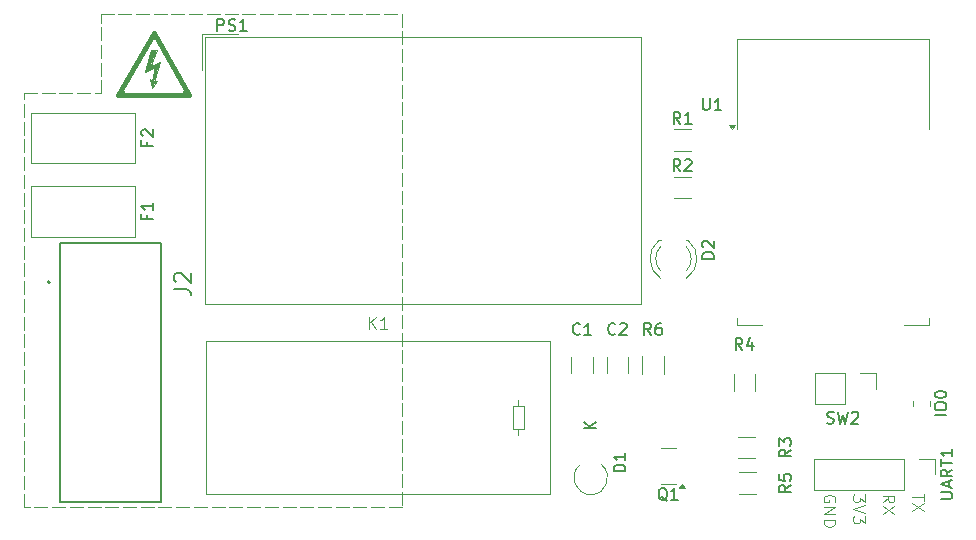
<source format=gto>
%TF.GenerationSoftware,KiCad,Pcbnew,8.0.2*%
%TF.CreationDate,2024-05-13T19:00:29+03:00*%
%TF.ProjectId,WiFiRelay,57694669-5265-46c6-9179-2e6b69636164,rev?*%
%TF.SameCoordinates,Original*%
%TF.FileFunction,Legend,Top*%
%TF.FilePolarity,Positive*%
%FSLAX46Y46*%
G04 Gerber Fmt 4.6, Leading zero omitted, Abs format (unit mm)*
G04 Created by KiCad (PCBNEW 8.0.2) date 2024-05-13 19:00:29*
%MOMM*%
%LPD*%
G01*
G04 APERTURE LIST*
%ADD10C,0.100000*%
%ADD11C,0.150000*%
%ADD12C,0.400000*%
%ADD13C,0.200000*%
%ADD14C,0.101600*%
%ADD15C,0.120000*%
%ADD16C,0.127000*%
G04 APERTURE END LIST*
D10*
X66000000Y-93000000D02*
X67100000Y-93000000D01*
X67500000Y-93000000D02*
X68600000Y-93000000D01*
X69000000Y-93000000D02*
X70100000Y-93000000D01*
X70500000Y-93000000D02*
X71600000Y-93000000D01*
X72000000Y-93000000D02*
X72500000Y-93000000D01*
X72500000Y-93000000D02*
X72500000Y-91900000D01*
X72500000Y-91500000D02*
X72500000Y-90400000D01*
X72500000Y-90000000D02*
X72500000Y-88900000D01*
X72500000Y-88500000D02*
X72500000Y-87400000D01*
X72500000Y-87000000D02*
X72500000Y-86250000D01*
X72500000Y-86250000D02*
X73600000Y-86250000D01*
X74000000Y-86250000D02*
X75100000Y-86250000D01*
X75500000Y-86250000D02*
X76600000Y-86250000D01*
X77000000Y-86250000D02*
X78100000Y-86250000D01*
X78500000Y-86250000D02*
X79600000Y-86250000D01*
X80000000Y-86250000D02*
X81100000Y-86250000D01*
X81500000Y-86250000D02*
X82600000Y-86250000D01*
X83000000Y-86250000D02*
X84100000Y-86250000D01*
X84500000Y-86250000D02*
X85600000Y-86250000D01*
X86000000Y-86250000D02*
X87100000Y-86250000D01*
X87500000Y-86250000D02*
X88600000Y-86250000D01*
X89000000Y-86250000D02*
X90100000Y-86250000D01*
X90500000Y-86250000D02*
X91600000Y-86250000D01*
X92000000Y-86250000D02*
X93100000Y-86250000D01*
X93500000Y-86250000D02*
X94600000Y-86250000D01*
X95000000Y-86250000D02*
X96100000Y-86250000D01*
X96500000Y-86250000D02*
X97600000Y-86250000D01*
X98000000Y-86250000D02*
X98000000Y-86250000D01*
X98000000Y-86250000D02*
X98000000Y-87350000D01*
X98000000Y-87750000D02*
X98000000Y-88850000D01*
X98000000Y-89250000D02*
X98000000Y-90350000D01*
X98000000Y-90750000D02*
X98000000Y-91850000D01*
X98000000Y-92250000D02*
X98000000Y-93350000D01*
X98000000Y-93750000D02*
X98000000Y-94850000D01*
X98000000Y-95250000D02*
X98000000Y-96350000D01*
X98000000Y-96750000D02*
X98000000Y-97850000D01*
X98000000Y-98250000D02*
X98000000Y-99350000D01*
X98000000Y-99750000D02*
X98000000Y-100850000D01*
X98000000Y-101250000D02*
X98000000Y-102350000D01*
X98000000Y-102750000D02*
X98000000Y-103850000D01*
X98000000Y-104250000D02*
X98000000Y-105350000D01*
X98000000Y-105750000D02*
X98000000Y-106850000D01*
X98000000Y-107250000D02*
X98000000Y-108350000D01*
X98000000Y-108750000D02*
X98000000Y-109850000D01*
X98000000Y-110250000D02*
X98000000Y-111350000D01*
X98000000Y-111750000D02*
X98000000Y-112850000D01*
X98000000Y-113250000D02*
X98000000Y-114350000D01*
X98000000Y-114750000D02*
X98000000Y-115850000D01*
X98000000Y-116250000D02*
X98000000Y-117350000D01*
X98000000Y-117750000D02*
X98000000Y-118850000D01*
X98000000Y-119250000D02*
X98000000Y-120350000D01*
X98000000Y-120750000D02*
X98000000Y-121850000D01*
X98000000Y-122250000D02*
X98000000Y-123350000D01*
X98000000Y-123750000D02*
X98000000Y-124850000D01*
X98000000Y-125250000D02*
X98000000Y-126350000D01*
X98000000Y-126750000D02*
X98000000Y-127850000D01*
X98000000Y-128000000D02*
X96900000Y-128000000D01*
X96500000Y-128000000D02*
X95400000Y-128000000D01*
X95000000Y-128000000D02*
X93900000Y-128000000D01*
X93500000Y-128000000D02*
X92400000Y-128000000D01*
X92000000Y-128000000D02*
X90900000Y-128000000D01*
X90500000Y-128000000D02*
X89400000Y-128000000D01*
X89000000Y-128000000D02*
X87900000Y-128000000D01*
X87500000Y-128000000D02*
X86400000Y-128000000D01*
X86000000Y-128000000D02*
X84900000Y-128000000D01*
X84500000Y-128000000D02*
X83400000Y-128000000D01*
X83000000Y-128000000D02*
X81900000Y-128000000D01*
X81500000Y-128000000D02*
X80400000Y-128000000D01*
X80000000Y-128000000D02*
X78900000Y-128000000D01*
X78500000Y-128000000D02*
X77400000Y-128000000D01*
X77000000Y-128000000D02*
X75900000Y-128000000D01*
X75500000Y-128000000D02*
X74400000Y-128000000D01*
X74000000Y-128000000D02*
X72900000Y-128000000D01*
X72500000Y-128000000D02*
X71400000Y-128000000D01*
X71000000Y-128000000D02*
X69900000Y-128000000D01*
X69500000Y-128000000D02*
X68400000Y-128000000D01*
X68000000Y-128000000D02*
X66900000Y-128000000D01*
X66500000Y-128000000D02*
X66000000Y-128000000D01*
X66000000Y-128000000D02*
X66000000Y-126900000D01*
X66000000Y-126500000D02*
X66000000Y-125400000D01*
X66000000Y-125000000D02*
X66000000Y-123900000D01*
X66000000Y-123500000D02*
X66000000Y-122400000D01*
X66000000Y-122000000D02*
X66000000Y-120900000D01*
X66000000Y-120500000D02*
X66000000Y-119400000D01*
X66000000Y-119000000D02*
X66000000Y-117900000D01*
X66000000Y-117500000D02*
X66000000Y-116400000D01*
X66000000Y-116000000D02*
X66000000Y-114900000D01*
X66000000Y-114500000D02*
X66000000Y-113400000D01*
X66000000Y-113000000D02*
X66000000Y-111900000D01*
X66000000Y-111500000D02*
X66000000Y-110400000D01*
X66000000Y-110000000D02*
X66000000Y-108900000D01*
X66000000Y-108500000D02*
X66000000Y-107400000D01*
X66000000Y-107000000D02*
X66000000Y-105900000D01*
X66000000Y-105500000D02*
X66000000Y-104400000D01*
X66000000Y-104000000D02*
X66000000Y-102900000D01*
X66000000Y-102500000D02*
X66000000Y-101400000D01*
X66000000Y-101000000D02*
X66000000Y-99900000D01*
X66000000Y-99500000D02*
X66000000Y-98400000D01*
X66000000Y-98000000D02*
X66000000Y-96900000D01*
X66000000Y-96500000D02*
X66000000Y-95400000D01*
X66000000Y-95000000D02*
X66000000Y-93900000D01*
X66000000Y-93500000D02*
X66000000Y-93000000D01*
D11*
X143614819Y-127321428D02*
X144424342Y-127321428D01*
X144424342Y-127321428D02*
X144519580Y-127273809D01*
X144519580Y-127273809D02*
X144567200Y-127226190D01*
X144567200Y-127226190D02*
X144614819Y-127130952D01*
X144614819Y-127130952D02*
X144614819Y-126940476D01*
X144614819Y-126940476D02*
X144567200Y-126845238D01*
X144567200Y-126845238D02*
X144519580Y-126797619D01*
X144519580Y-126797619D02*
X144424342Y-126750000D01*
X144424342Y-126750000D02*
X143614819Y-126750000D01*
X144329104Y-126321428D02*
X144329104Y-125845238D01*
X144614819Y-126416666D02*
X143614819Y-126083333D01*
X143614819Y-126083333D02*
X144614819Y-125750000D01*
X144614819Y-124845238D02*
X144138628Y-125178571D01*
X144614819Y-125416666D02*
X143614819Y-125416666D01*
X143614819Y-125416666D02*
X143614819Y-125035714D01*
X143614819Y-125035714D02*
X143662438Y-124940476D01*
X143662438Y-124940476D02*
X143710057Y-124892857D01*
X143710057Y-124892857D02*
X143805295Y-124845238D01*
X143805295Y-124845238D02*
X143948152Y-124845238D01*
X143948152Y-124845238D02*
X144043390Y-124892857D01*
X144043390Y-124892857D02*
X144091009Y-124940476D01*
X144091009Y-124940476D02*
X144138628Y-125035714D01*
X144138628Y-125035714D02*
X144138628Y-125416666D01*
X143614819Y-124559523D02*
X143614819Y-123988095D01*
X144614819Y-124273809D02*
X143614819Y-124273809D01*
X144614819Y-123130952D02*
X144614819Y-123702380D01*
X144614819Y-123416666D02*
X143614819Y-123416666D01*
X143614819Y-123416666D02*
X143757676Y-123511904D01*
X143757676Y-123511904D02*
X143852914Y-123607142D01*
X143852914Y-123607142D02*
X143900533Y-123702380D01*
D10*
X137207580Y-126958646D02*
X137207580Y-127577693D01*
X137207580Y-127577693D02*
X136826628Y-127244360D01*
X136826628Y-127244360D02*
X136826628Y-127387217D01*
X136826628Y-127387217D02*
X136779009Y-127482455D01*
X136779009Y-127482455D02*
X136731390Y-127530074D01*
X136731390Y-127530074D02*
X136636152Y-127577693D01*
X136636152Y-127577693D02*
X136398057Y-127577693D01*
X136398057Y-127577693D02*
X136302819Y-127530074D01*
X136302819Y-127530074D02*
X136255200Y-127482455D01*
X136255200Y-127482455D02*
X136207580Y-127387217D01*
X136207580Y-127387217D02*
X136207580Y-127101503D01*
X136207580Y-127101503D02*
X136255200Y-127006265D01*
X136255200Y-127006265D02*
X136302819Y-126958646D01*
X137207580Y-127863408D02*
X136207580Y-128196741D01*
X136207580Y-128196741D02*
X137207580Y-128530074D01*
X137207580Y-128768170D02*
X137207580Y-129387217D01*
X137207580Y-129387217D02*
X136826628Y-129053884D01*
X136826628Y-129053884D02*
X136826628Y-129196741D01*
X136826628Y-129196741D02*
X136779009Y-129291979D01*
X136779009Y-129291979D02*
X136731390Y-129339598D01*
X136731390Y-129339598D02*
X136636152Y-129387217D01*
X136636152Y-129387217D02*
X136398057Y-129387217D01*
X136398057Y-129387217D02*
X136302819Y-129339598D01*
X136302819Y-129339598D02*
X136255200Y-129291979D01*
X136255200Y-129291979D02*
X136207580Y-129196741D01*
X136207580Y-129196741D02*
X136207580Y-128911027D01*
X136207580Y-128911027D02*
X136255200Y-128815789D01*
X136255200Y-128815789D02*
X136302819Y-128768170D01*
X134659961Y-127577693D02*
X134707580Y-127482455D01*
X134707580Y-127482455D02*
X134707580Y-127339598D01*
X134707580Y-127339598D02*
X134659961Y-127196741D01*
X134659961Y-127196741D02*
X134564723Y-127101503D01*
X134564723Y-127101503D02*
X134469485Y-127053884D01*
X134469485Y-127053884D02*
X134279009Y-127006265D01*
X134279009Y-127006265D02*
X134136152Y-127006265D01*
X134136152Y-127006265D02*
X133945676Y-127053884D01*
X133945676Y-127053884D02*
X133850438Y-127101503D01*
X133850438Y-127101503D02*
X133755200Y-127196741D01*
X133755200Y-127196741D02*
X133707580Y-127339598D01*
X133707580Y-127339598D02*
X133707580Y-127434836D01*
X133707580Y-127434836D02*
X133755200Y-127577693D01*
X133755200Y-127577693D02*
X133802819Y-127625312D01*
X133802819Y-127625312D02*
X134136152Y-127625312D01*
X134136152Y-127625312D02*
X134136152Y-127434836D01*
X133707580Y-128053884D02*
X134707580Y-128053884D01*
X134707580Y-128053884D02*
X133707580Y-128625312D01*
X133707580Y-128625312D02*
X134707580Y-128625312D01*
X133707580Y-129101503D02*
X134707580Y-129101503D01*
X134707580Y-129101503D02*
X134707580Y-129339598D01*
X134707580Y-129339598D02*
X134659961Y-129482455D01*
X134659961Y-129482455D02*
X134564723Y-129577693D01*
X134564723Y-129577693D02*
X134469485Y-129625312D01*
X134469485Y-129625312D02*
X134279009Y-129672931D01*
X134279009Y-129672931D02*
X134136152Y-129672931D01*
X134136152Y-129672931D02*
X133945676Y-129625312D01*
X133945676Y-129625312D02*
X133850438Y-129577693D01*
X133850438Y-129577693D02*
X133755200Y-129482455D01*
X133755200Y-129482455D02*
X133707580Y-129339598D01*
X133707580Y-129339598D02*
X133707580Y-129101503D01*
X142207580Y-126911027D02*
X142207580Y-127482455D01*
X141207580Y-127196741D02*
X142207580Y-127196741D01*
X142207580Y-127720551D02*
X141207580Y-128387217D01*
X142207580Y-128387217D02*
X141207580Y-127720551D01*
X138707580Y-127625312D02*
X139183771Y-127291979D01*
X138707580Y-127053884D02*
X139707580Y-127053884D01*
X139707580Y-127053884D02*
X139707580Y-127434836D01*
X139707580Y-127434836D02*
X139659961Y-127530074D01*
X139659961Y-127530074D02*
X139612342Y-127577693D01*
X139612342Y-127577693D02*
X139517104Y-127625312D01*
X139517104Y-127625312D02*
X139374247Y-127625312D01*
X139374247Y-127625312D02*
X139279009Y-127577693D01*
X139279009Y-127577693D02*
X139231390Y-127530074D01*
X139231390Y-127530074D02*
X139183771Y-127434836D01*
X139183771Y-127434836D02*
X139183771Y-127053884D01*
X139707580Y-127958646D02*
X138707580Y-128625312D01*
X139707580Y-128625312D02*
X138707580Y-127958646D01*
D11*
X144104819Y-120249999D02*
X143104819Y-120249999D01*
X143104819Y-119583333D02*
X143104819Y-119392857D01*
X143104819Y-119392857D02*
X143152438Y-119297619D01*
X143152438Y-119297619D02*
X143247676Y-119202381D01*
X143247676Y-119202381D02*
X143438152Y-119154762D01*
X143438152Y-119154762D02*
X143771485Y-119154762D01*
X143771485Y-119154762D02*
X143961961Y-119202381D01*
X143961961Y-119202381D02*
X144057200Y-119297619D01*
X144057200Y-119297619D02*
X144104819Y-119392857D01*
X144104819Y-119392857D02*
X144104819Y-119583333D01*
X144104819Y-119583333D02*
X144057200Y-119678571D01*
X144057200Y-119678571D02*
X143961961Y-119773809D01*
X143961961Y-119773809D02*
X143771485Y-119821428D01*
X143771485Y-119821428D02*
X143438152Y-119821428D01*
X143438152Y-119821428D02*
X143247676Y-119773809D01*
X143247676Y-119773809D02*
X143152438Y-119678571D01*
X143152438Y-119678571D02*
X143104819Y-119583333D01*
X143104819Y-118535714D02*
X143104819Y-118440476D01*
X143104819Y-118440476D02*
X143152438Y-118345238D01*
X143152438Y-118345238D02*
X143200057Y-118297619D01*
X143200057Y-118297619D02*
X143295295Y-118250000D01*
X143295295Y-118250000D02*
X143485771Y-118202381D01*
X143485771Y-118202381D02*
X143723866Y-118202381D01*
X143723866Y-118202381D02*
X143914342Y-118250000D01*
X143914342Y-118250000D02*
X144009580Y-118297619D01*
X144009580Y-118297619D02*
X144057200Y-118345238D01*
X144057200Y-118345238D02*
X144104819Y-118440476D01*
X144104819Y-118440476D02*
X144104819Y-118535714D01*
X144104819Y-118535714D02*
X144057200Y-118630952D01*
X144057200Y-118630952D02*
X144009580Y-118678571D01*
X144009580Y-118678571D02*
X143914342Y-118726190D01*
X143914342Y-118726190D02*
X143723866Y-118773809D01*
X143723866Y-118773809D02*
X143485771Y-118773809D01*
X143485771Y-118773809D02*
X143295295Y-118726190D01*
X143295295Y-118726190D02*
X143200057Y-118678571D01*
X143200057Y-118678571D02*
X143152438Y-118630952D01*
X143152438Y-118630952D02*
X143104819Y-118535714D01*
X133996667Y-120907200D02*
X134139524Y-120954819D01*
X134139524Y-120954819D02*
X134377619Y-120954819D01*
X134377619Y-120954819D02*
X134472857Y-120907200D01*
X134472857Y-120907200D02*
X134520476Y-120859580D01*
X134520476Y-120859580D02*
X134568095Y-120764342D01*
X134568095Y-120764342D02*
X134568095Y-120669104D01*
X134568095Y-120669104D02*
X134520476Y-120573866D01*
X134520476Y-120573866D02*
X134472857Y-120526247D01*
X134472857Y-120526247D02*
X134377619Y-120478628D01*
X134377619Y-120478628D02*
X134187143Y-120431009D01*
X134187143Y-120431009D02*
X134091905Y-120383390D01*
X134091905Y-120383390D02*
X134044286Y-120335771D01*
X134044286Y-120335771D02*
X133996667Y-120240533D01*
X133996667Y-120240533D02*
X133996667Y-120145295D01*
X133996667Y-120145295D02*
X134044286Y-120050057D01*
X134044286Y-120050057D02*
X134091905Y-120002438D01*
X134091905Y-120002438D02*
X134187143Y-119954819D01*
X134187143Y-119954819D02*
X134425238Y-119954819D01*
X134425238Y-119954819D02*
X134568095Y-120002438D01*
X134901429Y-119954819D02*
X135139524Y-120954819D01*
X135139524Y-120954819D02*
X135330000Y-120240533D01*
X135330000Y-120240533D02*
X135520476Y-120954819D01*
X135520476Y-120954819D02*
X135758572Y-119954819D01*
X136091905Y-120050057D02*
X136139524Y-120002438D01*
X136139524Y-120002438D02*
X136234762Y-119954819D01*
X136234762Y-119954819D02*
X136472857Y-119954819D01*
X136472857Y-119954819D02*
X136568095Y-120002438D01*
X136568095Y-120002438D02*
X136615714Y-120050057D01*
X136615714Y-120050057D02*
X136663333Y-120145295D01*
X136663333Y-120145295D02*
X136663333Y-120240533D01*
X136663333Y-120240533D02*
X136615714Y-120383390D01*
X136615714Y-120383390D02*
X136044286Y-120954819D01*
X136044286Y-120954819D02*
X136663333Y-120954819D01*
X130954819Y-123166666D02*
X130478628Y-123499999D01*
X130954819Y-123738094D02*
X129954819Y-123738094D01*
X129954819Y-123738094D02*
X129954819Y-123357142D01*
X129954819Y-123357142D02*
X130002438Y-123261904D01*
X130002438Y-123261904D02*
X130050057Y-123214285D01*
X130050057Y-123214285D02*
X130145295Y-123166666D01*
X130145295Y-123166666D02*
X130288152Y-123166666D01*
X130288152Y-123166666D02*
X130383390Y-123214285D01*
X130383390Y-123214285D02*
X130431009Y-123261904D01*
X130431009Y-123261904D02*
X130478628Y-123357142D01*
X130478628Y-123357142D02*
X130478628Y-123738094D01*
X129954819Y-122833332D02*
X129954819Y-122214285D01*
X129954819Y-122214285D02*
X130335771Y-122547618D01*
X130335771Y-122547618D02*
X130335771Y-122404761D01*
X130335771Y-122404761D02*
X130383390Y-122309523D01*
X130383390Y-122309523D02*
X130431009Y-122261904D01*
X130431009Y-122261904D02*
X130526247Y-122214285D01*
X130526247Y-122214285D02*
X130764342Y-122214285D01*
X130764342Y-122214285D02*
X130859580Y-122261904D01*
X130859580Y-122261904D02*
X130907200Y-122309523D01*
X130907200Y-122309523D02*
X130954819Y-122404761D01*
X130954819Y-122404761D02*
X130954819Y-122690475D01*
X130954819Y-122690475D02*
X130907200Y-122785713D01*
X130907200Y-122785713D02*
X130859580Y-122833332D01*
X76431009Y-103333333D02*
X76431009Y-103666666D01*
X76954819Y-103666666D02*
X75954819Y-103666666D01*
X75954819Y-103666666D02*
X75954819Y-103190476D01*
X76954819Y-102285714D02*
X76954819Y-102857142D01*
X76954819Y-102571428D02*
X75954819Y-102571428D01*
X75954819Y-102571428D02*
X76097676Y-102666666D01*
X76097676Y-102666666D02*
X76192914Y-102761904D01*
X76192914Y-102761904D02*
X76240533Y-102857142D01*
X116083333Y-113359580D02*
X116035714Y-113407200D01*
X116035714Y-113407200D02*
X115892857Y-113454819D01*
X115892857Y-113454819D02*
X115797619Y-113454819D01*
X115797619Y-113454819D02*
X115654762Y-113407200D01*
X115654762Y-113407200D02*
X115559524Y-113311961D01*
X115559524Y-113311961D02*
X115511905Y-113216723D01*
X115511905Y-113216723D02*
X115464286Y-113026247D01*
X115464286Y-113026247D02*
X115464286Y-112883390D01*
X115464286Y-112883390D02*
X115511905Y-112692914D01*
X115511905Y-112692914D02*
X115559524Y-112597676D01*
X115559524Y-112597676D02*
X115654762Y-112502438D01*
X115654762Y-112502438D02*
X115797619Y-112454819D01*
X115797619Y-112454819D02*
X115892857Y-112454819D01*
X115892857Y-112454819D02*
X116035714Y-112502438D01*
X116035714Y-112502438D02*
X116083333Y-112550057D01*
X116464286Y-112550057D02*
X116511905Y-112502438D01*
X116511905Y-112502438D02*
X116607143Y-112454819D01*
X116607143Y-112454819D02*
X116845238Y-112454819D01*
X116845238Y-112454819D02*
X116940476Y-112502438D01*
X116940476Y-112502438D02*
X116988095Y-112550057D01*
X116988095Y-112550057D02*
X117035714Y-112645295D01*
X117035714Y-112645295D02*
X117035714Y-112740533D01*
X117035714Y-112740533D02*
X116988095Y-112883390D01*
X116988095Y-112883390D02*
X116416667Y-113454819D01*
X116416667Y-113454819D02*
X117035714Y-113454819D01*
X121583333Y-95584819D02*
X121250000Y-95108628D01*
X121011905Y-95584819D02*
X121011905Y-94584819D01*
X121011905Y-94584819D02*
X121392857Y-94584819D01*
X121392857Y-94584819D02*
X121488095Y-94632438D01*
X121488095Y-94632438D02*
X121535714Y-94680057D01*
X121535714Y-94680057D02*
X121583333Y-94775295D01*
X121583333Y-94775295D02*
X121583333Y-94918152D01*
X121583333Y-94918152D02*
X121535714Y-95013390D01*
X121535714Y-95013390D02*
X121488095Y-95061009D01*
X121488095Y-95061009D02*
X121392857Y-95108628D01*
X121392857Y-95108628D02*
X121011905Y-95108628D01*
X122535714Y-95584819D02*
X121964286Y-95584819D01*
X122250000Y-95584819D02*
X122250000Y-94584819D01*
X122250000Y-94584819D02*
X122154762Y-94727676D01*
X122154762Y-94727676D02*
X122059524Y-94822914D01*
X122059524Y-94822914D02*
X121964286Y-94870533D01*
X119083333Y-113454819D02*
X118750000Y-112978628D01*
X118511905Y-113454819D02*
X118511905Y-112454819D01*
X118511905Y-112454819D02*
X118892857Y-112454819D01*
X118892857Y-112454819D02*
X118988095Y-112502438D01*
X118988095Y-112502438D02*
X119035714Y-112550057D01*
X119035714Y-112550057D02*
X119083333Y-112645295D01*
X119083333Y-112645295D02*
X119083333Y-112788152D01*
X119083333Y-112788152D02*
X119035714Y-112883390D01*
X119035714Y-112883390D02*
X118988095Y-112931009D01*
X118988095Y-112931009D02*
X118892857Y-112978628D01*
X118892857Y-112978628D02*
X118511905Y-112978628D01*
X119940476Y-112454819D02*
X119750000Y-112454819D01*
X119750000Y-112454819D02*
X119654762Y-112502438D01*
X119654762Y-112502438D02*
X119607143Y-112550057D01*
X119607143Y-112550057D02*
X119511905Y-112692914D01*
X119511905Y-112692914D02*
X119464286Y-112883390D01*
X119464286Y-112883390D02*
X119464286Y-113264342D01*
X119464286Y-113264342D02*
X119511905Y-113359580D01*
X119511905Y-113359580D02*
X119559524Y-113407200D01*
X119559524Y-113407200D02*
X119654762Y-113454819D01*
X119654762Y-113454819D02*
X119845238Y-113454819D01*
X119845238Y-113454819D02*
X119940476Y-113407200D01*
X119940476Y-113407200D02*
X119988095Y-113359580D01*
X119988095Y-113359580D02*
X120035714Y-113264342D01*
X120035714Y-113264342D02*
X120035714Y-113026247D01*
X120035714Y-113026247D02*
X119988095Y-112931009D01*
X119988095Y-112931009D02*
X119940476Y-112883390D01*
X119940476Y-112883390D02*
X119845238Y-112835771D01*
X119845238Y-112835771D02*
X119654762Y-112835771D01*
X119654762Y-112835771D02*
X119559524Y-112883390D01*
X119559524Y-112883390D02*
X119511905Y-112931009D01*
X119511905Y-112931009D02*
X119464286Y-113026247D01*
X78728866Y-109571666D02*
X79728866Y-109571666D01*
X79728866Y-109571666D02*
X79928866Y-109638333D01*
X79928866Y-109638333D02*
X80062200Y-109771666D01*
X80062200Y-109771666D02*
X80128866Y-109971666D01*
X80128866Y-109971666D02*
X80128866Y-110105000D01*
X78862200Y-108971666D02*
X78795533Y-108904999D01*
X78795533Y-108904999D02*
X78728866Y-108771666D01*
X78728866Y-108771666D02*
X78728866Y-108438333D01*
X78728866Y-108438333D02*
X78795533Y-108304999D01*
X78795533Y-108304999D02*
X78862200Y-108238333D01*
X78862200Y-108238333D02*
X78995533Y-108171666D01*
X78995533Y-108171666D02*
X79128866Y-108171666D01*
X79128866Y-108171666D02*
X79328866Y-108238333D01*
X79328866Y-108238333D02*
X80128866Y-109038333D01*
X80128866Y-109038333D02*
X80128866Y-108171666D01*
X82378214Y-87707319D02*
X82378214Y-86707319D01*
X82378214Y-86707319D02*
X82759166Y-86707319D01*
X82759166Y-86707319D02*
X82854404Y-86754938D01*
X82854404Y-86754938D02*
X82902023Y-86802557D01*
X82902023Y-86802557D02*
X82949642Y-86897795D01*
X82949642Y-86897795D02*
X82949642Y-87040652D01*
X82949642Y-87040652D02*
X82902023Y-87135890D01*
X82902023Y-87135890D02*
X82854404Y-87183509D01*
X82854404Y-87183509D02*
X82759166Y-87231128D01*
X82759166Y-87231128D02*
X82378214Y-87231128D01*
X83330595Y-87659700D02*
X83473452Y-87707319D01*
X83473452Y-87707319D02*
X83711547Y-87707319D01*
X83711547Y-87707319D02*
X83806785Y-87659700D01*
X83806785Y-87659700D02*
X83854404Y-87612080D01*
X83854404Y-87612080D02*
X83902023Y-87516842D01*
X83902023Y-87516842D02*
X83902023Y-87421604D01*
X83902023Y-87421604D02*
X83854404Y-87326366D01*
X83854404Y-87326366D02*
X83806785Y-87278747D01*
X83806785Y-87278747D02*
X83711547Y-87231128D01*
X83711547Y-87231128D02*
X83521071Y-87183509D01*
X83521071Y-87183509D02*
X83425833Y-87135890D01*
X83425833Y-87135890D02*
X83378214Y-87088271D01*
X83378214Y-87088271D02*
X83330595Y-86993033D01*
X83330595Y-86993033D02*
X83330595Y-86897795D01*
X83330595Y-86897795D02*
X83378214Y-86802557D01*
X83378214Y-86802557D02*
X83425833Y-86754938D01*
X83425833Y-86754938D02*
X83521071Y-86707319D01*
X83521071Y-86707319D02*
X83759166Y-86707319D01*
X83759166Y-86707319D02*
X83902023Y-86754938D01*
X84854404Y-87707319D02*
X84282976Y-87707319D01*
X84568690Y-87707319D02*
X84568690Y-86707319D01*
X84568690Y-86707319D02*
X84473452Y-86850176D01*
X84473452Y-86850176D02*
X84378214Y-86945414D01*
X84378214Y-86945414D02*
X84282976Y-86993033D01*
X123488095Y-93404819D02*
X123488095Y-94214342D01*
X123488095Y-94214342D02*
X123535714Y-94309580D01*
X123535714Y-94309580D02*
X123583333Y-94357200D01*
X123583333Y-94357200D02*
X123678571Y-94404819D01*
X123678571Y-94404819D02*
X123869047Y-94404819D01*
X123869047Y-94404819D02*
X123964285Y-94357200D01*
X123964285Y-94357200D02*
X124011904Y-94309580D01*
X124011904Y-94309580D02*
X124059523Y-94214342D01*
X124059523Y-94214342D02*
X124059523Y-93404819D01*
X125059523Y-94404819D02*
X124488095Y-94404819D01*
X124773809Y-94404819D02*
X124773809Y-93404819D01*
X124773809Y-93404819D02*
X124678571Y-93547676D01*
X124678571Y-93547676D02*
X124583333Y-93642914D01*
X124583333Y-93642914D02*
X124488095Y-93690533D01*
X76431009Y-97083333D02*
X76431009Y-97416666D01*
X76954819Y-97416666D02*
X75954819Y-97416666D01*
X75954819Y-97416666D02*
X75954819Y-96940476D01*
X76050057Y-96607142D02*
X76002438Y-96559523D01*
X76002438Y-96559523D02*
X75954819Y-96464285D01*
X75954819Y-96464285D02*
X75954819Y-96226190D01*
X75954819Y-96226190D02*
X76002438Y-96130952D01*
X76002438Y-96130952D02*
X76050057Y-96083333D01*
X76050057Y-96083333D02*
X76145295Y-96035714D01*
X76145295Y-96035714D02*
X76240533Y-96035714D01*
X76240533Y-96035714D02*
X76383390Y-96083333D01*
X76383390Y-96083333D02*
X76954819Y-96654761D01*
X76954819Y-96654761D02*
X76954819Y-96035714D01*
X120467261Y-127500057D02*
X120372023Y-127452438D01*
X120372023Y-127452438D02*
X120276785Y-127357200D01*
X120276785Y-127357200D02*
X120133928Y-127214342D01*
X120133928Y-127214342D02*
X120038690Y-127166723D01*
X120038690Y-127166723D02*
X119943452Y-127166723D01*
X119991071Y-127404819D02*
X119895833Y-127357200D01*
X119895833Y-127357200D02*
X119800595Y-127261961D01*
X119800595Y-127261961D02*
X119752976Y-127071485D01*
X119752976Y-127071485D02*
X119752976Y-126738152D01*
X119752976Y-126738152D02*
X119800595Y-126547676D01*
X119800595Y-126547676D02*
X119895833Y-126452438D01*
X119895833Y-126452438D02*
X119991071Y-126404819D01*
X119991071Y-126404819D02*
X120181547Y-126404819D01*
X120181547Y-126404819D02*
X120276785Y-126452438D01*
X120276785Y-126452438D02*
X120372023Y-126547676D01*
X120372023Y-126547676D02*
X120419642Y-126738152D01*
X120419642Y-126738152D02*
X120419642Y-127071485D01*
X120419642Y-127071485D02*
X120372023Y-127261961D01*
X120372023Y-127261961D02*
X120276785Y-127357200D01*
X120276785Y-127357200D02*
X120181547Y-127404819D01*
X120181547Y-127404819D02*
X119991071Y-127404819D01*
X121372023Y-127404819D02*
X120800595Y-127404819D01*
X121086309Y-127404819D02*
X121086309Y-126404819D01*
X121086309Y-126404819D02*
X120991071Y-126547676D01*
X120991071Y-126547676D02*
X120895833Y-126642914D01*
X120895833Y-126642914D02*
X120800595Y-126690533D01*
D10*
X95241905Y-112907419D02*
X95241905Y-111907419D01*
X95813333Y-112907419D02*
X95384762Y-112335990D01*
X95813333Y-111907419D02*
X95241905Y-112478847D01*
X96765714Y-112907419D02*
X96194286Y-112907419D01*
X96480000Y-112907419D02*
X96480000Y-111907419D01*
X96480000Y-111907419D02*
X96384762Y-112050276D01*
X96384762Y-112050276D02*
X96289524Y-112145514D01*
X96289524Y-112145514D02*
X96194286Y-112193133D01*
D11*
X124414819Y-106983094D02*
X123414819Y-106983094D01*
X123414819Y-106983094D02*
X123414819Y-106744999D01*
X123414819Y-106744999D02*
X123462438Y-106602142D01*
X123462438Y-106602142D02*
X123557676Y-106506904D01*
X123557676Y-106506904D02*
X123652914Y-106459285D01*
X123652914Y-106459285D02*
X123843390Y-106411666D01*
X123843390Y-106411666D02*
X123986247Y-106411666D01*
X123986247Y-106411666D02*
X124176723Y-106459285D01*
X124176723Y-106459285D02*
X124271961Y-106506904D01*
X124271961Y-106506904D02*
X124367200Y-106602142D01*
X124367200Y-106602142D02*
X124414819Y-106744999D01*
X124414819Y-106744999D02*
X124414819Y-106983094D01*
X123510057Y-106030713D02*
X123462438Y-105983094D01*
X123462438Y-105983094D02*
X123414819Y-105887856D01*
X123414819Y-105887856D02*
X123414819Y-105649761D01*
X123414819Y-105649761D02*
X123462438Y-105554523D01*
X123462438Y-105554523D02*
X123510057Y-105506904D01*
X123510057Y-105506904D02*
X123605295Y-105459285D01*
X123605295Y-105459285D02*
X123700533Y-105459285D01*
X123700533Y-105459285D02*
X123843390Y-105506904D01*
X123843390Y-105506904D02*
X124414819Y-106078332D01*
X124414819Y-106078332D02*
X124414819Y-105459285D01*
X130954819Y-126166666D02*
X130478628Y-126499999D01*
X130954819Y-126738094D02*
X129954819Y-126738094D01*
X129954819Y-126738094D02*
X129954819Y-126357142D01*
X129954819Y-126357142D02*
X130002438Y-126261904D01*
X130002438Y-126261904D02*
X130050057Y-126214285D01*
X130050057Y-126214285D02*
X130145295Y-126166666D01*
X130145295Y-126166666D02*
X130288152Y-126166666D01*
X130288152Y-126166666D02*
X130383390Y-126214285D01*
X130383390Y-126214285D02*
X130431009Y-126261904D01*
X130431009Y-126261904D02*
X130478628Y-126357142D01*
X130478628Y-126357142D02*
X130478628Y-126738094D01*
X129954819Y-125261904D02*
X129954819Y-125738094D01*
X129954819Y-125738094D02*
X130431009Y-125785713D01*
X130431009Y-125785713D02*
X130383390Y-125738094D01*
X130383390Y-125738094D02*
X130335771Y-125642856D01*
X130335771Y-125642856D02*
X130335771Y-125404761D01*
X130335771Y-125404761D02*
X130383390Y-125309523D01*
X130383390Y-125309523D02*
X130431009Y-125261904D01*
X130431009Y-125261904D02*
X130526247Y-125214285D01*
X130526247Y-125214285D02*
X130764342Y-125214285D01*
X130764342Y-125214285D02*
X130859580Y-125261904D01*
X130859580Y-125261904D02*
X130907200Y-125309523D01*
X130907200Y-125309523D02*
X130954819Y-125404761D01*
X130954819Y-125404761D02*
X130954819Y-125642856D01*
X130954819Y-125642856D02*
X130907200Y-125738094D01*
X130907200Y-125738094D02*
X130859580Y-125785713D01*
X113083333Y-113359580D02*
X113035714Y-113407200D01*
X113035714Y-113407200D02*
X112892857Y-113454819D01*
X112892857Y-113454819D02*
X112797619Y-113454819D01*
X112797619Y-113454819D02*
X112654762Y-113407200D01*
X112654762Y-113407200D02*
X112559524Y-113311961D01*
X112559524Y-113311961D02*
X112511905Y-113216723D01*
X112511905Y-113216723D02*
X112464286Y-113026247D01*
X112464286Y-113026247D02*
X112464286Y-112883390D01*
X112464286Y-112883390D02*
X112511905Y-112692914D01*
X112511905Y-112692914D02*
X112559524Y-112597676D01*
X112559524Y-112597676D02*
X112654762Y-112502438D01*
X112654762Y-112502438D02*
X112797619Y-112454819D01*
X112797619Y-112454819D02*
X112892857Y-112454819D01*
X112892857Y-112454819D02*
X113035714Y-112502438D01*
X113035714Y-112502438D02*
X113083333Y-112550057D01*
X114035714Y-113454819D02*
X113464286Y-113454819D01*
X113750000Y-113454819D02*
X113750000Y-112454819D01*
X113750000Y-112454819D02*
X113654762Y-112597676D01*
X113654762Y-112597676D02*
X113559524Y-112692914D01*
X113559524Y-112692914D02*
X113464286Y-112740533D01*
X126833333Y-114704819D02*
X126500000Y-114228628D01*
X126261905Y-114704819D02*
X126261905Y-113704819D01*
X126261905Y-113704819D02*
X126642857Y-113704819D01*
X126642857Y-113704819D02*
X126738095Y-113752438D01*
X126738095Y-113752438D02*
X126785714Y-113800057D01*
X126785714Y-113800057D02*
X126833333Y-113895295D01*
X126833333Y-113895295D02*
X126833333Y-114038152D01*
X126833333Y-114038152D02*
X126785714Y-114133390D01*
X126785714Y-114133390D02*
X126738095Y-114181009D01*
X126738095Y-114181009D02*
X126642857Y-114228628D01*
X126642857Y-114228628D02*
X126261905Y-114228628D01*
X127690476Y-114038152D02*
X127690476Y-114704819D01*
X127452381Y-113657200D02*
X127214286Y-114371485D01*
X127214286Y-114371485D02*
X127833333Y-114371485D01*
X116924819Y-125008094D02*
X115924819Y-125008094D01*
X115924819Y-125008094D02*
X115924819Y-124769999D01*
X115924819Y-124769999D02*
X115972438Y-124627142D01*
X115972438Y-124627142D02*
X116067676Y-124531904D01*
X116067676Y-124531904D02*
X116162914Y-124484285D01*
X116162914Y-124484285D02*
X116353390Y-124436666D01*
X116353390Y-124436666D02*
X116496247Y-124436666D01*
X116496247Y-124436666D02*
X116686723Y-124484285D01*
X116686723Y-124484285D02*
X116781961Y-124531904D01*
X116781961Y-124531904D02*
X116877200Y-124627142D01*
X116877200Y-124627142D02*
X116924819Y-124769999D01*
X116924819Y-124769999D02*
X116924819Y-125008094D01*
X116924819Y-123484285D02*
X116924819Y-124055713D01*
X116924819Y-123769999D02*
X115924819Y-123769999D01*
X115924819Y-123769999D02*
X116067676Y-123865237D01*
X116067676Y-123865237D02*
X116162914Y-123960475D01*
X116162914Y-123960475D02*
X116210533Y-124055713D01*
X114454819Y-121361904D02*
X113454819Y-121361904D01*
X114454819Y-120790476D02*
X113883390Y-121219047D01*
X113454819Y-120790476D02*
X114026247Y-121361904D01*
X121583333Y-99584819D02*
X121250000Y-99108628D01*
X121011905Y-99584819D02*
X121011905Y-98584819D01*
X121011905Y-98584819D02*
X121392857Y-98584819D01*
X121392857Y-98584819D02*
X121488095Y-98632438D01*
X121488095Y-98632438D02*
X121535714Y-98680057D01*
X121535714Y-98680057D02*
X121583333Y-98775295D01*
X121583333Y-98775295D02*
X121583333Y-98918152D01*
X121583333Y-98918152D02*
X121535714Y-99013390D01*
X121535714Y-99013390D02*
X121488095Y-99061009D01*
X121488095Y-99061009D02*
X121392857Y-99108628D01*
X121392857Y-99108628D02*
X121011905Y-99108628D01*
X121964286Y-98680057D02*
X122011905Y-98632438D01*
X122011905Y-98632438D02*
X122107143Y-98584819D01*
X122107143Y-98584819D02*
X122345238Y-98584819D01*
X122345238Y-98584819D02*
X122440476Y-98632438D01*
X122440476Y-98632438D02*
X122488095Y-98680057D01*
X122488095Y-98680057D02*
X122535714Y-98775295D01*
X122535714Y-98775295D02*
X122535714Y-98870533D01*
X122535714Y-98870533D02*
X122488095Y-99013390D01*
X122488095Y-99013390D02*
X121916667Y-99584819D01*
X121916667Y-99584819D02*
X122535714Y-99584819D01*
D12*
%TO.C,REF\u002A\u002A*%
X74000000Y-93100000D02*
X77000000Y-87900000D01*
D13*
X74543161Y-93064632D02*
X74276839Y-92655368D01*
X76720000Y-90530000D02*
X76920000Y-90710000D01*
D14*
X76740000Y-91860000D02*
X77210000Y-91960000D01*
D13*
X76865000Y-90795000D02*
X77115000Y-90965000D01*
X76875000Y-88360000D02*
X77125000Y-88360000D01*
D12*
X77000000Y-87900000D02*
X80000000Y-93100000D01*
D13*
X79466839Y-93064632D02*
X79733158Y-92655366D01*
D12*
X80000000Y-93100000D02*
X74000000Y-93100000D01*
D10*
X76678833Y-90784000D02*
X77525500Y-90328917D01*
X77049250Y-92064583D01*
X77292667Y-91916417D01*
X76858750Y-92562000D01*
X76700000Y-91800000D01*
X76869333Y-92032834D01*
X77070417Y-90773417D01*
X76255500Y-91207334D01*
X76784666Y-89334084D01*
X77303250Y-89334084D01*
X76678833Y-90784000D01*
G36*
X76678833Y-90784000D02*
G01*
X77525500Y-90328917D01*
X77049250Y-92064583D01*
X77292667Y-91916417D01*
X76858750Y-92562000D01*
X76700000Y-91800000D01*
X76869333Y-92032834D01*
X77070417Y-90773417D01*
X76255500Y-91207334D01*
X76784666Y-89334084D01*
X77303250Y-89334084D01*
X76678833Y-90784000D01*
G37*
D15*
%TO.C,UART1*%
X143160000Y-123920000D02*
X143160000Y-125250000D01*
X141830000Y-123920000D02*
X143160000Y-123920000D01*
X140560000Y-123920000D02*
X132880000Y-123920000D01*
X140560000Y-123920000D02*
X140560000Y-126580000D01*
X132880000Y-123920000D02*
X132880000Y-126580000D01*
X140560000Y-126580000D02*
X132880000Y-126580000D01*
%TO.C,IO0*%
X142735000Y-119022936D02*
X142735000Y-119477064D01*
X141265000Y-119022936D02*
X141265000Y-119477064D01*
%TO.C,SW2*%
X138160000Y-116670000D02*
X138160000Y-118000000D01*
X136830000Y-116670000D02*
X138160000Y-116670000D01*
X135560000Y-116670000D02*
X132960000Y-116670000D01*
X135560000Y-116670000D02*
X135560000Y-119330000D01*
X132960000Y-116670000D02*
X132960000Y-119330000D01*
X135560000Y-119330000D02*
X132960000Y-119330000D01*
%TO.C,R3*%
X127927064Y-123910000D02*
X126472936Y-123910000D01*
X127927064Y-122090000D02*
X126472936Y-122090000D01*
%TO.C,F1*%
X66630000Y-100880000D02*
X66630000Y-105120000D01*
X66630000Y-100880000D02*
X75370000Y-100880000D01*
X75370000Y-105120000D02*
X66630000Y-105120000D01*
X75370000Y-105120000D02*
X75370000Y-100880000D01*
%TO.C,C2*%
X115340000Y-116711252D02*
X115340000Y-115288748D01*
X117160000Y-116711252D02*
X117160000Y-115288748D01*
%TO.C,R1*%
X121022936Y-96040000D02*
X122477064Y-96040000D01*
X121022936Y-97860000D02*
X122477064Y-97860000D01*
%TO.C,R6*%
X118340000Y-116727064D02*
X118340000Y-115272936D01*
X120160000Y-116727064D02*
X120160000Y-115272936D01*
D16*
%TO.C,J2*%
X69100000Y-105660000D02*
X77600000Y-105660000D01*
X69100000Y-127580000D02*
X69100000Y-105660000D01*
X77600000Y-105660000D02*
X77600000Y-127580000D01*
X77600000Y-127580000D02*
X69100000Y-127580000D01*
D13*
X68200000Y-109000000D02*
G75*
G02*
X68000000Y-109000000I-100000J0D01*
G01*
X68000000Y-109000000D02*
G75*
G02*
X68200000Y-109000000I100000J0D01*
G01*
D15*
%TO.C,PS1*%
X81092500Y-87992500D02*
X84092500Y-87992500D01*
X81092500Y-90992500D02*
X81092500Y-87992500D01*
X81332500Y-88232500D02*
X81332500Y-110852500D01*
X81332500Y-88232500D02*
X118252500Y-88232500D01*
X81332500Y-110852500D02*
X118252500Y-110852500D01*
X118252500Y-88232500D02*
X118252500Y-110852500D01*
%TO.C,U1*%
X126380000Y-112620000D02*
X126380000Y-112000000D01*
X128500000Y-112620000D02*
X126380000Y-112620000D01*
X142620000Y-112620000D02*
X140500000Y-112620000D01*
X142620000Y-112000000D02*
X142620000Y-112620000D01*
X126380000Y-96000000D02*
X126380000Y-88380000D01*
X126380000Y-88380000D02*
X142620000Y-88380000D01*
X142620000Y-88380000D02*
X142620000Y-96000000D01*
X125950000Y-96000000D02*
X125710000Y-95664000D01*
X126190000Y-95664000D01*
X125950000Y-96000000D01*
G36*
X125950000Y-96000000D02*
G01*
X125710000Y-95664000D01*
X126190000Y-95664000D01*
X125950000Y-96000000D01*
G37*
%TO.C,F2*%
X66630000Y-94630000D02*
X66630000Y-98870000D01*
X66630000Y-94630000D02*
X75370000Y-94630000D01*
X75370000Y-98870000D02*
X66630000Y-98870000D01*
X75370000Y-98870000D02*
X75370000Y-94630000D01*
%TO.C,Q1*%
X120562500Y-122990000D02*
X119912500Y-122990000D01*
X120562500Y-122990000D02*
X121212500Y-122990000D01*
X120562500Y-126110000D02*
X119912500Y-126110000D01*
X120562500Y-126110000D02*
X121212500Y-126110000D01*
X121965000Y-126390000D02*
X121485000Y-126390000D01*
X121725000Y-126060000D01*
X121965000Y-126390000D01*
G36*
X121965000Y-126390000D02*
G01*
X121485000Y-126390000D01*
X121725000Y-126060000D01*
X121965000Y-126390000D01*
G37*
D10*
%TO.C,K1*%
X107880000Y-119450000D02*
X107880000Y-118950000D01*
X107880000Y-121450000D02*
X107880000Y-121950000D01*
X81380000Y-114000000D02*
X110580000Y-114000000D01*
X110580000Y-126900000D01*
X81380000Y-126900000D01*
X81380000Y-114000000D01*
X107380000Y-119450000D02*
X108380000Y-119450000D01*
X108380000Y-121450000D01*
X107380000Y-121450000D01*
X107380000Y-119450000D01*
D15*
%TO.C,D2*%
X122236000Y-105435000D02*
X122080000Y-105435000D01*
X119920000Y-105435000D02*
X119764000Y-105435000D01*
X122235516Y-105435000D02*
G75*
G02*
X122078608Y-108667335I-1235516J-1560000D01*
G01*
X122080000Y-105954039D02*
G75*
G02*
X122079837Y-108036130I-1080000J-1040961D01*
G01*
X119920163Y-108036130D02*
G75*
G02*
X119920000Y-105954039I1079837J1041130D01*
G01*
X119921392Y-108667335D02*
G75*
G02*
X119764484Y-105435000I1078608J1672335D01*
G01*
%TO.C,R5*%
X126522936Y-125090000D02*
X127977064Y-125090000D01*
X126522936Y-126910000D02*
X127977064Y-126910000D01*
%TO.C,C1*%
X112340000Y-116711252D02*
X112340000Y-115288748D01*
X114160000Y-116711252D02*
X114160000Y-115288748D01*
%TO.C,R4*%
X126090000Y-118227064D02*
X126090000Y-116772936D01*
X127910000Y-118227064D02*
X127910000Y-116772936D01*
%TO.C,D1*%
X114900000Y-124426761D02*
G75*
G02*
X113031134Y-124486150I-900000J-1113239D01*
G01*
%TO.C,R2*%
X121022936Y-100040000D02*
X122477064Y-100040000D01*
X121022936Y-101860000D02*
X122477064Y-101860000D01*
%TD*%
M02*

</source>
